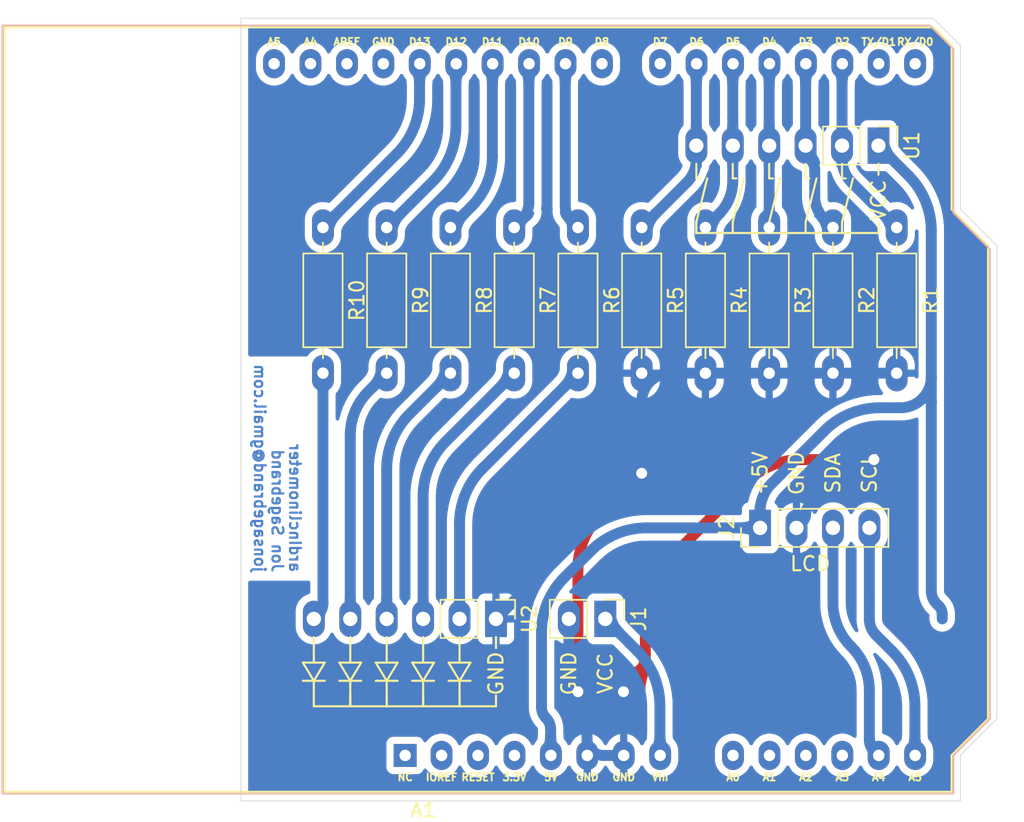
<source format=kicad_pcb>
(kicad_pcb (version 20211014) (generator pcbnew)
  (layers (0 "F.Cu" signal) (31 "B.Cu" signal) (34 "B.Paste" user) (35 "F.Paste" user) (36 "B.SilkS" user "B.Silkscreen") (37 "F.SilkS" user "F.Silkscreen") (38 "B.Mask" user) (39 "F.Mask" user) (44 "Edge.Cuts" user))
  (net 0 "")
  (net 4 "Net-(A1-Pad14)")
  (net 6 "Net-(A1-Pad13)")
  (net 7 "Net-(A1-Pad28)")
  (net 9 "Net-(A1-Pad27)")
  (net 11 "Net-(A1-Pad26)")
  (net 13 "Net-(A1-Pad25)")
  (net 15 "Net-(A1-Pad24)")
  (net 16 "+9V")
  (net 18 "GND")
  (net 20 "Net-(A1-Pad21)")
  (net 21 "+5V")
  (net 22 "Net-(A1-Pad20)")
  (net 24 "Net-(A1-Pad19)")
  (net 26 "Net-(A1-Pad18)")
  (net 28 "Net-(A1-Pad17)")
  (net 32 "Net-(R6-Pad2)")
  (net 33 "Net-(R7-Pad2)")
  (net 34 "Net-(R8-Pad2)")
  (net 35 "Net-(R9-Pad2)")
  (net 36 "Net-(R10-Pad2)")
  (footprint "My_Arduino:Arduino_UNO_R3_shield_large" (layer "F.Cu") (at 131.212488 71.755)
    (fp_text reference "A1")
    (fp_text value "Arduino_UNO_R3")
  )
  (footprint "My_Headers:2-pin_power_input_header_larger_pads" (layer "F.Cu") (at 154.305 110.49 -90)
    (fp_text reference "J1")
    (fp_text value "2-pin_power_input_header" hide)
  )
  (footprint "My_Headers:4-pin_I2C_LCD_header_larger" (layer "F.Cu") (at 165.1 104.14 90)
    (fp_text reference "J2")
    (fp_text value "4-pin_I2C_LCD_header" hide)
  )
  (footprint "My_Misc:R_Axial_DIN0207_L6.3mm_D2.5mm_P10.16mm_Horizontal_larger_pads" (layer "F.Cu") (at 174.625 83.185 -90)
    (fp_text reference "R1")
    (fp_text value "10k" hide)
  )
  (footprint "My_Misc:R_Axial_DIN0207_L6.3mm_D2.5mm_P10.16mm_Horizontal_larger_pads" (layer "F.Cu") (at 170.18 83.185 -90)
    (fp_text reference "R2")
    (fp_text value "10k" hide)
  )
  (footprint "My_Misc:R_Axial_DIN0207_L6.3mm_D2.5mm_P10.16mm_Horizontal_larger_pads" (layer "F.Cu") (at 165.735 83.185 -90)
    (fp_text reference "R3")
    (fp_text value "10k" hide)
  )
  (footprint "My_Misc:R_Axial_DIN0207_L6.3mm_D2.5mm_P10.16mm_Horizontal_larger_pads" (layer "F.Cu") (at 161.29 83.185 -90)
    (fp_text reference "R4")
    (fp_text value "10k" hide)
  )
  (footprint "My_Misc:R_Axial_DIN0207_L6.3mm_D2.5mm_P10.16mm_Horizontal_larger_pads" (layer "F.Cu") (at 156.845 83.185 -90)
    (fp_text reference "R5")
    (fp_text value "10k" hide)
  )
  (footprint "My_Misc:R_Axial_DIN0207_L6.3mm_D2.5mm_P10.16mm_Horizontal_larger_pads" (layer "F.Cu") (at 152.4 83.185 -90)
    (fp_text reference "R6")
    (fp_text value "220R" hide)
  )
  (footprint "My_Misc:R_Axial_DIN0207_L6.3mm_D2.5mm_P10.16mm_Horizontal_larger_pads" (layer "F.Cu") (at 147.955 83.185 -90)
    (fp_text reference "R7")
    (fp_text value "220R" hide)
  )
  (footprint "My_Misc:R_Axial_DIN0207_L6.3mm_D2.5mm_P10.16mm_Horizontal_larger_pads" (layer "F.Cu") (at 143.51 83.185 -90)
    (fp_text reference "R8")
    (fp_text value "220R" hide)
  )
  (footprint "My_Misc:R_Axial_DIN0207_L6.3mm_D2.5mm_P10.16mm_Horizontal_larger_pads" (layer "F.Cu") (at 139.065 83.185 -90)
    (fp_text reference "R9")
    (fp_text value "220R" hide)
  )
  (footprint "My_Misc:R_Axial_DIN0207_L6.3mm_D2.5mm_P10.16mm_Horizontal_larger_pads" (layer "F.Cu") (at 134.62 83.185 -90)
    (fp_text reference "R10")
    (fp_text value "220R" hide)
  )
  (footprint "My_Headers:6-pin_5_switch_header_large" (layer "F.Cu") (at 173.355 77.47 -90)
    (fp_text reference "U1")
    (fp_text value "6-pin_5_button_header" hide)
  )
  (footprint "My_Headers:6-pin_5_LED_header_large" (layer "F.Cu") (at 146.685 110.49 -90)
    (fp_text reference "U2")
    (fp_text value "6-pin_5_LED_header" hide)
  )
  (gr_line (start 128.905 123.19) (end 128.905 68.58) (layer "Edge.Cuts") (width 0.05))
  (gr_line (start 181.61 117.475) (end 181.61 84.455) (layer "Edge.Cuts") (width 0.05))
  (gr_line (start 179.07 120.015) (end 179.07 123.19) (layer "Edge.Cuts") (width 0.05))
  (gr_line (start 179.07 123.19) (end 128.905 123.19) (layer "Edge.Cuts") (width 0.05))
  (gr_line (start 177.165 68.58) (end 179.07 70.485) (layer "Edge.Cuts") (width 0.05))
  (gr_line (start 179.07 120.015) (end 181.61 117.475) (layer "Edge.Cuts") (width 0.05))
  (gr_line (start 179.07 81.915) (end 181.61 84.455) (layer "Edge.Cuts") (width 0.05))
  (gr_line (start 128.905 68.58) (end 177.165 68.58) (layer "Edge.Cuts") (width 0.05))
  (gr_line (start 179.07 70.485) (end 179.07 81.915) (layer "Edge.Cuts") (width 0.05))
  (gr_text "ardInclinometer\nJon Sagebrand\njonsagebrand@gmail.com" (at 131.445 107.315 -90) (layer "B.Cu") (effects (font (size 0.762 0.762) (thickness 0.1524)) (justify left mirror)))
  (segment (start 174.3075 112.73959) (end 173.17859 111.61068) (width 0.762) (layer "B.Cu") (net 4))
  (segment (start 175.895 116.572154) (end 175.895 120.015) (width 0.762) (layer "B.Cu") (net 4))
  (segment (start 172.72 109.206455) (end 172.72 104.14) (width 0.762) (layer "B.Cu") (net 4))
  (segment (start 172.72 109.206455) (end 172.72 110.503545) (width 0.762) (layer "B.Cu") (net 4))
  (arc (start 174.3075 112.73959) (mid 175.482422 114.497985) (end 175.895 116.572154) (width 0.762) (layer "B.Cu") (net 4))
  (arc (start 172.72 110.503545) (mid 172.839183 111.102722) (end 173.17859 111.61068) (width 0.762) (layer "B.Cu") (net 4))
  (segment (start 170.18 109.356031) (end 170.18 104.14) (width 0.762) (layer "B.Cu") (net 6))
  (segment (start 172.72001 115.488158) (end 172.72001 118.931004) (width 0.762) (layer "B.Cu") (net 6))
  (segment (start 173.037505 119.697505) (end 173.355 120.015) (width 0.762) (layer "B.Cu") (net 6))
  (arc (start 170.18 109.356031) (mid 170.510063 111.015373) (end 171.450005 112.422095) (width 0.762) (layer "B.Cu") (net 6))
  (arc (start 171.450005 112.422095) (mid 172.389946 113.828816) (end 172.72001 115.488158) (width 0.762) (layer "B.Cu") (net 6))
  (arc (start 172.72001 118.931004) (mid 172.802524 119.345831) (end 173.037505 119.697505) (width 0.762) (layer "B.Cu") (net 6))
  (segment (start 139.761207 78.043792) (end 134.62 83.185) (width 0.762) (layer "B.Cu") (net 7))
  (segment (start 141.355 74.196036) (end 141.355 71.755) (width 0.762) (layer "B.Cu") (net 7))
  (arc (start 141.355 74.196036) (mid 140.940786 76.278426) (end 139.761207 78.043792) (width 0.762) (layer "B.Cu") (net 7))
  (segment (start 142.301207 79.948792) (end 139.065 83.185) (width 0.762) (layer "B.Cu") (net 9))
  (segment (start 143.895 76.101036) (end 143.895 71.755) (width 0.762) (layer "B.Cu") (net 9))
  (arc (start 143.895 76.101036) (mid 143.480786 78.183426) (end 142.301207 79.948792) (width 0.762) (layer "B.Cu") (net 9))
  (segment (start 144.9725 81.7225) (end 143.51 83.185) (width 0.762) (layer "B.Cu") (net 11))
  (segment (start 146.435 78.191712) (end 146.435 71.755) (width 0.762) (layer "B.Cu") (net 11))
  (arc (start 146.435 78.191712) (mid 146.054908 80.10256) (end 144.9725 81.7225) (width 0.762) (layer "B.Cu") (net 11))
  (segment (start 148.975 81.443751) (end 148.975 71.755) (width 0.762) (layer "B.Cu") (net 13))
  (segment (start 148.465 82.675) (end 147.955 83.185) (width 0.762) (layer "B.Cu") (net 13))
  (arc (start 148.975 81.443751) (mid 148.842455 82.110098) (end 148.465 82.675) (width 0.762) (layer "B.Cu") (net 13))
  (segment (start 151.9575 82.7425) (end 152.4 83.185) (width 0.762) (layer "B.Cu") (net 15))
  (segment (start 151.515 81.67421) (end 151.515 71.755) (width 0.762) (layer "B.Cu") (net 15))
  (arc (start 151.515 81.67421) (mid 151.630002 82.252364) (end 151.9575 82.7425) (width 0.762) (layer "B.Cu") (net 15))
  (segment (start 156.521207 112.706207) (end 154.305 110.49) (width 0.762) (layer "B.Cu") (net 16))
  (segment (start 158.115 116.553963) (end 158.115 120.015) (width 0.762) (layer "B.Cu") (net 16))
  (arc (start 156.521207 112.706207) (mid 157.700786 114.471572) (end 158.115 116.553963) (width 0.762) (layer "B.Cu") (net 16))
  (segment (start 173.0375 99.3775) (end 167.976261 99.3775) (width 0.762) (layer "F.Cu") (net 18))
  (segment (start 158.692791 106.407006) (end 164.128505 100.971292) (width 0.762) (layer "F.Cu") (net 18))
  (segment (start 152.4 107.028963) (end 152.4 115.57) (width 0.762) (layer "F.Cu") (net 18))
  (segment (start 157.098999 112.96837) (end 157.098999 110.254762) (width 0.762) (layer "F.Cu") (net 18))
  (segment (start 156.336999 114.808) (end 155.575 115.57) (width 0.762) (layer "F.Cu") (net 18))
  (segment (start 153.993792 103.181207) (end 156.845 100.33) (width 0.762) (layer "F.Cu") (net 18))
  (via (at 152.4 115.57) (size 3.048) (drill 0.762) (layers "F.Cu" "B.Cu") (net 18))
  (via (at 156.845 100.33) (size 3.048) (drill 0.762) (layers "F.Cu" "B.Cu") (net 18))
  (via (at 155.575 115.57) (size 3.048) (drill 0.762) (layers "F.Cu" "B.Cu") (net 18))
  (via (at 173.0375 99.3775) (size 3.048) (drill 0.762) (layers "F.Cu" "B.Cu") (net 18))
  (arc (start 157.098999 112.96837) (mid 156.900961 113.96397) (end 156.336999 114.808) (width 0.762) (layer "F.Cu") (net 18))
  (arc (start 153.993792 103.181207) (mid 152.814213 104.946572) (end 152.4 107.028963) (width 0.762) (layer "F.Cu") (net 18))
  (arc (start 167.976261 99.3775) (mid 165.89387 99.791713) (end 164.128505 100.971292) (width 0.762) (layer "F.Cu") (net 18))
  (arc (start 158.692791 106.407006) (mid 157.513212 108.172371) (end 157.098999 110.254762) (width 0.762) (layer "F.Cu") (net 18))
  (segment (start 155.575 115.57) (end 152.4 115.57) (width 0.762) (layer "B.Cu") (net 18))
  (segment (start 155.575 115.57) (end 155.575 115.57) (width 0.762) (layer "B.Cu") (net 18))
  (segment (start 156.845 100.33) (end 156.845 100.33) (width 0.762) (layer "B.Cu") (net 18))
  (segment (start 173.0375 99.3775) (end 172.72 99.06) (width 0.762) (layer "B.Cu") (net 18))
  (segment (start 154.178 120.015) (end 155.575 120.015) (width 0.762) (layer "B.Cu") (net 18))
  (segment (start 163.5125 93.345) (end 159.0675 93.345) (width 0.762) (layer "B.Cu") (net 18))
  (segment (start 168.040905 103.739094) (end 167.64 104.14) (width 0.762) (layer "B.Cu") (net 18))
  (segment (start 159.0675 93.345) (end 158.844998 93.345) (width 0.762) (layer "B.Cu") (net 18))
  (segment (start 156.845 100.33) (end 146.685 110.49) (width 0.762) (layer "B.Cu") (net 18))
  (segment (start 156.845 100.33) (end 156.845 95.344998) (width 0.762) (layer "B.Cu") (net 18))
  (segment (start 151.765 115.2525) (end 151.765 110.49) (width 0.762) (layer "B.Cu") (net 18))
  (segment (start 152.4 115.57) (end 152.0825 115.57) (width 0.762) (layer "B.Cu") (net 18))
  (segment (start 172.4025 93.345) (end 174.625 93.345) (width 0.762) (layer "B.Cu") (net 18))
  (segment (start 168.832954 102.284954) (end 168.509074 102.608835) (width 0.762) (layer "B.Cu") (net 18))
  (segment (start 170.180001 101.72699) (end 172.570125 101.72699) (width 0.762) (layer "B.Cu") (net 18))
  (segment (start 173.50908 100.182537) (end 173.50908 100.788035) (width 0.762) (layer "B.Cu") (net 18))
  (segment (start 153.035 118.872) (end 153.035 118.627025) (width 0.762) (layer "B.Cu") (net 18))
  (segment (start 175.26 104.715997) (end 175.26 110.49) (width 0.762) (layer "B.Cu") (net 18))
  (segment (start 152.079308 116.773308) (end 152.4 117.094) (width 0.762) (layer "B.Cu") (net 18))
  (segment (start 174.38454 102.60245) (end 174.173021 102.390931) (width 0.762) (layer "B.Cu") (net 18))
  (segment (start 151.765 116.0145) (end 151.765 115.8875) (width 0.762) (layer "B.Cu") (net 18))
  (segment (start 172.4025 93.345) (end 167.9575 93.345) (width 0.762) (layer "B.Cu") (net 18))
  (segment (start 167.9575 93.345) (end 163.5125 93.345) (width 0.762) (layer "B.Cu") (net 18))
  (segment (start 151.765 115.8875) (end 151.765 115.2525) (width 0.762) (layer "B.Cu") (net 18))
  (segment (start 173.27329 99.61329) (end 173.0375 99.3775) (width 0.762) (layer "B.Cu") (net 18))
  (arc (start 174.173021 102.390931) (mid 173.437606 101.899542) (end 172.570125 101.72699) (width 0.762) (layer "B.Cu") (net 18))
  (arc (start 168.509074 102.608835) (mid 168.335826 102.868119) (end 168.27499 103.173965) (width 0.762) (layer "B.Cu") (net 18))
  (arc (start 170.180001 101.72699) (mid 169.450984 101.872) (end 168.832954 102.284954) (width 0.762) (layer "B.Cu") (net 18))
  (arc (start 173.50908 100.788035) (mid 173.681632 101.655516) (end 174.173021 102.390931) (width 0.762) (layer "B.Cu") (net 18))
  (arc (start 152.4 117.094) (mid 152.869968 117.797357) (end 153.035 118.627025) (width 0.762) (layer "B.Cu") (net 18))
  (arc (start 172.570125 101.72699) (mid 173.234066 101.451976) (end 173.50908 100.788035) (width 0.762) (layer "B.Cu") (net 18))
  (arc (start 153.035 118.872) (mid 153.369776 119.680223) (end 154.178 120.015) (width 0.762) (layer "B.Cu") (net 18))
  (arc (start 152.0825 115.57) (mid 151.857993 115.662993) (end 151.765 115.8875) (width 0.762) (layer "B.Cu") (net 18))
  (arc (start 158.844998 93.345) (mid 157.430785 93.930785) (end 156.845 95.344998) (width 0.762) (layer "B.Cu") (net 18))
  (arc (start 174.38454 102.60245) (mid 175.032475 103.572153) (end 175.26 104.715997) (width 0.762) (layer "B.Cu") (net 18))
  (arc (start 151.765 115.2525) (mid 151.857993 115.477006) (end 152.0825 115.57) (width 0.762) (layer "B.Cu") (net 18))
  (arc (start 168.27499 103.173965) (mid 168.214153 103.47981) (end 168.040905 103.739094) (width 0.762) (layer "B.Cu") (net 18))
  (arc (start 151.765 116.0145) (mid 151.846685 116.425164) (end 152.079308 116.773308) (width 0.762) (layer "B.Cu") (net 18))
  (arc (start 173.27329 99.61329) (mid 173.4478 99.874462) (end 173.50908 100.182537) (width 0.762) (layer "B.Cu") (net 18))
  (segment (start 160.655 76.5175) (end 160.655 71.755) (width 0.762) (layer "B.Cu") (net 20))
  (segment (start 159.98148 80.048519) (end 156.845 83.185) (width 0.762) (layer "B.Cu") (net 20))
  (segment (start 160.655 76.5175) (end 160.655 78.4225) (width 0.762) (layer "B.Cu") (net 20))
  (arc (start 160.655 78.4225) (mid 160.479957 79.302495) (end 159.98148 80.048519) (width 0.762) (layer "B.Cu") (net 20))
  (segment (start 177.8 110.158955) (end 177.8 110.49) (width 0.762) (layer "B.Cu") (net 21))
  (segment (start 177.038001 93.615991) (end 177.038001 83.406964) (width 0.762) (layer "B.Cu") (net 21))
  (segment (start 149.85999 111.446883) (end 149.85999 116.64497) (width 0.762) (layer "B.Cu") (net 21))
  (segment (start 150.495 118.178019) (end 150.495 120.015) (width 0.762) (layer "B.Cu") (net 21))
  (segment (start 169.602206 97.351793) (end 165.908223 101.045776) (width 0.762) (layer "B.Cu") (net 21))
  (segment (start 163.957 104.14) (end 157.166873 104.14) (width 0.762) (layer "B.Cu") (net 21))
  (segment (start 177.038001 108.527096) (end 177.038001 95.39049) (width 0.762) (layer "B.Cu") (net 21))
  (segment (start 175.444208 79.559208) (end 173.355 77.47) (width 0.762) (layer "B.Cu") (net 21))
  (segment (start 177.419 109.44691) (end 177.565915 109.593825) (width 0.762) (layer "B.Cu") (net 21))
  (segment (start 151.453782 107.599126) (end 153.319117 105.733792) (width 0.762) (layer "B.Cu") (net 21))
  (segment (start 177.038001 93.615991) (end 177.038001 95.39049) (width 0.762) (layer "B.Cu") (net 21))
  (segment (start 173.449962 95.758001) (end 174.895991 95.758001) (width 0.762) (layer "B.Cu") (net 21))
  (arc (start 165.1 102.997) (mid 164.765223 103.805223) (end 163.957 104.14) (width 0.762) (layer "B.Cu") (net 21))
  (arc (start 151.453782 107.599126) (mid 150.274203 109.364492) (end 149.85999 111.446883) (width 0.762) (layer "B.Cu") (net 21))
  (arc (start 175.444208 79.559208) (mid 176.623787 81.324573) (end 177.038001 83.406964) (width 0.762) (layer "B.Cu") (net 21))
  (arc (start 177.565915 109.593825) (mid 177.739163 109.853109) (end 177.8 110.158955) (width 0.762) (layer "B.Cu") (net 21))
  (arc (start 173.449962 95.758001) (mid 171.367571 96.172214) (end 169.602206 97.351793) (width 0.762) (layer "B.Cu") (net 21))
  (arc (start 176.410621 95.130621) (mid 175.715702 95.59495) (end 174.895991 95.758001) (width 0.762) (layer "B.Cu") (net 21))
  (arc (start 157.166873 104.14) (mid 155.084482 104.554213) (end 153.319117 105.733792) (width 0.762) (layer "B.Cu") (net 21))
  (arc (start 165.908223 101.045776) (mid 165.31005 101.941005) (end 165.1 102.997) (width 0.762) (layer "B.Cu") (net 21))
  (arc (start 149.85999 116.64497) (mid 149.942506 117.05981) (end 150.177495 117.411495) (width 0.762) (layer "B.Cu") (net 21))
  (arc (start 177.038001 95.39049) (mid 176.81113 95.050954) (end 176.410621 95.130621) (width 0.762) (layer "B.Cu") (net 21))
  (arc (start 150.177495 117.411495) (mid 150.412483 117.763179) (end 150.495 118.178019) (width 0.762) (layer "B.Cu") (net 21))
  (arc (start 176.410621 95.130621) (mid 176.87495 94.435702) (end 177.038001 93.615991) (width 0.762) (layer "B.Cu") (net 21))
  (arc (start 177.038001 108.527096) (mid 177.137019 109.024895) (end 177.419 109.44691) (width 0.762) (layer "B.Cu") (net 21))
  (segment (start 163.195 75.565) (end 163.195 71.755) (width 0.762) (layer "B.Cu") (net 22))
  (segment (start 162.2425 82.2325) (end 161.29 83.185) (width 0.762) (layer "B.Cu") (net 22))
  (segment (start 163.195 75.565) (end 163.195 79.375) (width 0.762) (layer "B.Cu") (net 22))
  (segment (start 163.195 79.932961) (end 163.195 79.375) (width 0.762) (layer "B.Cu") (net 22))
  (arc (start 163.195 79.932961) (mid 162.947453 81.177462) (end 162.2425 82.2325) (width 0.762) (layer "B.Cu") (net 22))
  (segment (start 165.735 79.813144) (end 165.735 83.185) (width 0.762) (layer "B.Cu") (net 24))
  (segment (start 165.735 75.126856) (end 165.735 71.755) (width 0.762) (layer "B.Cu") (net 24))
  (segment (start 165.735 75.126856) (end 165.735 79.813144) (width 0.762) (layer "B.Cu") (net 24))
  (segment (start 168.90999 81.016957) (end 168.90999 79.188995) (width 0.762) (layer "B.Cu") (net 26))
  (segment (start 169.544995 82.549995) (end 170.18 83.185) (width 0.762) (layer "B.Cu") (net 26))
  (segment (start 168.275 77.655994) (end 168.275 71.755) (width 0.762) (layer "B.Cu") (net 26))
  (arc (start 168.275 77.655994) (mid 168.357514 78.070821) (end 168.592495 78.422495) (width 0.762) (layer "B.Cu") (net 26))
  (arc (start 168.592495 78.422495) (mid 168.827475 78.774168) (end 168.90999 79.188995) (width 0.762) (layer "B.Cu") (net 26))
  (arc (start 168.90999 81.016957) (mid 169.075022 81.846631) (end 169.544995 82.549995) (width 0.762) (layer "B.Cu") (net 26))
  (segment (start 170.815 76.5175) (end 170.815 71.755) (width 0.762) (layer "B.Cu") (net 28))
  (segment (start 171.488519 80.048519) (end 174.625 83.185) (width 0.762) (layer "B.Cu") (net 28))
  (segment (start 170.815 76.5175) (end 170.815 78.4225) (width 0.762) (layer "B.Cu") (net 28))
  (arc (start 170.815 78.4225) (mid 170.990041 79.302495) (end 171.488519 80.048519) (width 0.762) (layer "B.Cu") (net 28))
  (segment (start 144.145 103.853963) (end 144.145 110.49) (width 0.762) (layer "B.Cu") (net 32))
  (segment (start 145.738792 100.006207) (end 152.4 93.345) (width 0.762) (layer "B.Cu") (net 32))
  (arc (start 145.738792 100.006207) (mid 144.559213 101.771572) (end 144.145 103.853963) (width 0.762) (layer "B.Cu") (net 32))
  (segment (start 141.605 101.948963) (end 141.605 110.49) (width 0.762) (layer "B.Cu") (net 33))
  (segment (start 143.198792 98.101207) (end 147.955 93.345) (width 0.762) (layer "B.Cu") (net 33))
  (arc (start 143.198792 98.101207) (mid 142.019213 99.866572) (end 141.605 101.948963) (width 0.762) (layer "B.Cu") (net 33))
  (segment (start 140.658792 96.196207) (end 143.51 93.345) (width 0.762) (layer "B.Cu") (net 34))
  (segment (start 139.065 100.043963) (end 139.065 110.49) (width 0.762) (layer "B.Cu") (net 34))
  (arc (start 140.658792 96.196207) (mid 139.479213 97.961572) (end 139.065 100.043963) (width 0.762) (layer "B.Cu") (net 34))
  (segment (start 136.525 97.681051) (end 136.525 110.49) (width 0.762) (layer "B.Cu") (net 35))
  (segment (start 137.795 94.615) (end 139.065 93.345) (width 0.762) (layer "B.Cu") (net 35))
  (arc (start 137.795 94.615) (mid 136.855062 96.021716) (end 136.525 97.681051) (width 0.762) (layer "B.Cu") (net 35))
  (segment (start 134.62 109.405987) (end 134.62 93.345) (width 0.762) (layer "B.Cu") (net 36))
  (segment (start 134.3025 110.1725) (end 133.985 110.49) (width 0.762) (layer "B.Cu") (net 36))
  (arc (start 134.62 109.405987) (mid 134.537484 109.82082) (end 134.3025 110.1725) (width 0.762) (layer "B.Cu") (net 36))
  (zone (net 18) (net_name "GND") (layer "F.Cu") (priority 16962) (connect_pads yes (clearance 0)) (min_thickness 0.0254) (fill yes (thermal_gap 0.508) (thermal_bridge_width 0.508))
    (polygon (pts (xy 154.961975 102.75184) (xy 155.22167 102.512779) (xy 155.458485 102.334923) (xy 155.67922 102.207056) (xy 155.890671 102.117963) (xy 156.099638 102.056428) (xy 156.312918 102.011237) (xy 156.53731 101.971173) (xy 156.779612 101.925022) (xy 157.046622 101.861568) (xy 157.345139 101.769596) (xy 157.383815 99.791185) (xy 155.405404 99.829861) (xy 155.313431 100.128377) (xy 155.249977 100.395387) (xy 155.203826 100.637689) (xy 155.163762 100.862081) (xy 155.118571 101.075361) (xy 155.057036 101.284328) (xy 154.967943 101.495779) (xy 154.840076 101.716514) (xy 154.66222 101.953329) (xy 154.42316 102.213025)))
  )
  (zone (net 18) (net_name "GND") (layer "F.Cu") (priority 16962) (connect_pads yes (clearance 0)) (min_thickness 0.0254) (fill yes (thermal_gap 0.508) (thermal_bridge_width 0.508))
    (polygon (pts (xy 156.717999 113.147262) (xy 156.693153 113.400086) (xy 156.622356 113.591009) (xy 156.511218 113.730369) (xy 156.365347 113.828502) (xy 156.190352 113.895745) (xy 155.991844 113.942434) (xy 155.775431 113.978908) (xy 155.546724 114.015503) (xy 155.31133 114.062556) (xy 155.074861 114.130404) (xy 155.036185 116.108815) (xy 157.099 115.57) (xy 157.109667 115.277022) (xy 157.138623 115.027657) (xy 157.181295 114.809775) (xy 157.233111 114.611247) (xy 157.289499 114.419943) (xy 157.345887 114.223734) (xy 157.397703 114.010491) (xy 157.440375 113.768084) (xy 157.469331 113.484384) (xy 157.479999 113.147262)))
  )
  (zone (net 18) (net_name "GND") (layer "F.Cu") (priority 16962) (connect_pads yes (clearance 0)) (min_thickness 0.0254) (fill yes (thermal_gap 0.508) (thermal_bridge_width 0.508))
    (polygon (pts (xy 169.9935 99.7585) (xy 170.346173 99.773091) (xy 170.63939 99.814781) (xy 170.885889 99.880449) (xy 171.098406 99.966969) (xy 171.28968 100.071219) (xy 171.472447 100.190076) (xy 171.659445 100.320415) (xy 171.863413 100.459115) (xy 172.097086 100.603051) (xy 172.373204 100.7491) (xy 173.7995 99.3775) (xy 172.373204 98.0059) (xy 172.097086 98.151948) (xy 171.863413 98.295884) (xy 171.659445 98.434584) (xy 171.472447 98.564923) (xy 171.28968 98.68378) (xy 171.098406 98.78803) (xy 170.885889 98.87455) (xy 170.63939 98.940218) (xy 170.346173 98.981908) (xy 169.9935 98.9965)))
  )
  (zone (net 18) (net_name "GND") (layer "F.Cu") (priority 16962) (connect_pads yes (clearance 0)) (min_thickness 0.0254) (fill yes (thermal_gap 0.508) (thermal_bridge_width 0.508))
    (polygon (pts (xy 152.019 112.526) (xy 152.004408 112.878673) (xy 151.962718 113.17189) (xy 151.89705 113.418389) (xy 151.81053 113.630906) (xy 151.70628 113.82218) (xy 151.587423 114.004947) (xy 151.457084 114.191945) (xy 151.318384 114.395913) (xy 151.174448 114.629586) (xy 151.0284 114.905704) (xy 152.4 116.332) (xy 153.7716 114.905704) (xy 153.625551 114.629586) (xy 153.481615 114.395913) (xy 153.342915 114.191945) (xy 153.212576 114.004947) (xy 153.093719 113.82218) (xy 152.989469 113.630906) (xy 152.902949 113.418389) (xy 152.837281 113.17189) (xy 152.795591 112.878673) (xy 152.781 112.526)))
  )
  (zone (net 24) (net_name "Net-(A1-Pad19)") (layer "B.Cu") (priority 16962) (connect_pads yes (clearance 0)) (min_thickness 0.0254) (fill yes (thermal_gap 0.508) (thermal_bridge_width 0.508))
    (polygon (pts (xy 165.354 75.948) (xy 165.351247 76.118612) (xy 165.342859 76.265123) (xy 165.328638 76.39227) (xy 165.308387 76.504787) (xy 165.281908 76.60741) (xy 165.249005 76.704874) (xy 165.209479 76.801915) (xy 165.163135 76.903268) (xy 165.109774 77.013668) (xy 165.0492 77.137852) (xy 165.735 77.851) (xy 166.4208 77.137852) (xy 166.360225 77.013668) (xy 166.306864 76.903268) (xy 166.26052 76.801915) (xy 166.220994 76.704874) (xy 166.188091 76.60741) (xy 166.161612 76.504787) (xy 166.141361 76.39227) (xy 166.12714 76.265123) (xy 166.118752 76.118612) (xy 166.116 75.948)))
  )
  (zone (net 33) (net_name "Net-(R7-Pad2)") (layer "B.Cu") (priority 16962) (connect_pads yes (clearance 0)) (min_thickness 0.0254) (fill yes (thermal_gap 0.508) (thermal_bridge_width 0.508))
    (polygon (pts (xy 147.148192 94.690624) (xy 147.270778 94.571929) (xy 147.380309 94.474261) (xy 147.480271 94.39441) (xy 147.574152 94.329168) (xy 147.66544 94.275326) (xy 147.757624 94.229675) (xy 147.854191 94.189005) (xy 147.958629 94.150109) (xy 148.074425 94.109776) (xy 148.205069 94.064798) (xy 148.224407 93.075593) (xy 147.235202 93.094931) (xy 147.190223 93.225574) (xy 147.14989 93.34137) (xy 147.110994 93.445808) (xy 147.070324 93.542375) (xy 147.024673 93.634559) (xy 146.970831 93.725847) (xy 146.905589 93.819728) (xy 146.825738 93.91969) (xy 146.72807 94.029221) (xy 146.609376 94.151808)))
  )
  (zone (net 9) (net_name "Net-(A1-Pad27)") (layer "B.Cu") (priority 16962) (connect_pads yes (clearance 0)) (min_thickness 0.0254) (fill yes (thermal_gap 0.508) (thermal_bridge_width 0.508))
    (polygon (pts (xy 139.871808 81.839376) (xy 139.749221 81.95807) (xy 139.63969 82.055738) (xy 139.539728 82.135589) (xy 139.445847 82.200831) (xy 139.354559 82.254673) (xy 139.262375 82.300324) (xy 139.165808 82.340994) (xy 139.06137 82.37989) (xy 138.945574 82.420223) (xy 138.814931 82.465202) (xy 138.795593 83.454407) (xy 139.784798 83.435069) (xy 139.829776 83.304425) (xy 139.870109 83.188629) (xy 139.909005 83.084191) (xy 139.949675 82.987624) (xy 139.995326 82.89544) (xy 140.049168 82.804152) (xy 140.11441 82.710271) (xy 140.194261 82.610309) (xy 140.291929 82.500778) (xy 140.410624 82.378192)))
  )
  (zone (net 18) (net_name "GND") (layer "B.Cu") (connect_pads (clearance 0.508)) (min_thickness 0.254) (fill yes (thermal_gap 0.508) (thermal_bridge_width 0.508))
    (polygon (pts (xy 182.88 123.825) (xy 128.27 123.825) (xy 128.27 67.945) (xy 182.88 67.945)))
  )
  (zone (net 20) (net_name "Net-(A1-Pad21)") (layer "B.Cu") (priority 16962) (connect_pads yes (clearance 0)) (min_thickness 0.0254) (fill yes (thermal_gap 0.508) (thermal_bridge_width 0.508))
    (polygon (pts (xy 160.274 75.948) (xy 160.271247 76.118612) (xy 160.262859 76.265123) (xy 160.248638 76.39227) (xy 160.228387 76.504787) (xy 160.201908 76.60741) (xy 160.169005 76.704874) (xy 160.129479 76.801915) (xy 160.083135 76.903268) (xy 160.029774 77.013668) (xy 159.9692 77.137852) (xy 160.655 77.851) (xy 161.3408 77.137852) (xy 161.280225 77.013668) (xy 161.226864 76.903268) (xy 161.18052 76.801915) (xy 161.140994 76.704874) (xy 161.108091 76.60741) (xy 161.081612 76.504787) (xy 161.061361 76.39227) (xy 161.04714 76.265123) (xy 161.038752 76.118612) (xy 161.036 75.948)))
  )
  (zone (net 11) (net_name "Net-(A1-Pad26)") (layer "B.Cu") (priority 16962) (connect_pads yes (clearance 0)) (min_thickness 0.0254) (fill yes (thermal_gap 0.508) (thermal_bridge_width 0.508))
    (polygon (pts (xy 146.816 73.277) (xy 146.818812 73.108116) (xy 146.827397 72.963034) (xy 146.841976 72.837118) (xy 146.862771 72.72573) (xy 146.890003 72.624234) (xy 146.923894 72.527994) (xy 146.964664 72.432371) (xy 147.012536 72.33273) (xy 147.067732 72.224434) (xy 147.130472 72.102847) (xy 146.46127 71.374101) (xy 145.759236 72.071272) (xy 145.817565 72.19804) (xy 145.869023 72.310544) (xy 145.913782 72.413615) (xy 145.952016 72.512088) (xy 145.983895 72.610794) (xy 146.009591 72.714568) (xy 146.029278 72.828243) (xy 146.043127 72.956651) (xy 146.05131 73.104625) (xy 146.054 73.277)))
  )
  (zone (net 22) (net_name "Net-(A1-Pad20)") (layer "B.Cu") (priority 16962) (connect_pads yes (clearance 0)) (min_thickness 0.0254) (fill yes (thermal_gap 0.508) (thermal_bridge_width 0.508))
    (polygon (pts (xy 162.096808 81.839376) (xy 161.974221 81.95807) (xy 161.86469 82.055738) (xy 161.764728 82.135589) (xy 161.670847 82.200831) (xy 161.579559 82.254673) (xy 161.487375 82.300324) (xy 161.390808 82.340994) (xy 161.28637 82.37989) (xy 161.170574 82.420223) (xy 161.039931 82.465202) (xy 161.020593 83.454407) (xy 162.009798 83.435069) (xy 162.054776 83.304425) (xy 162.095109 83.188629) (xy 162.134005 83.084191) (xy 162.174675 82.987624) (xy 162.220326 82.89544) (xy 162.274168 82.804152) (xy 162.33941 82.710271) (xy 162.419261 82.610309) (xy 162.516929 82.500778) (xy 162.635624 82.378192)))
  )
  (zone (net 21) (net_name "+5V") (layer "B.Cu") (priority 16962) (connect_pads yes (clearance 0)) (min_thickness 0.0254) (fill yes (thermal_gap 0.508) (thermal_bridge_width 0.508))
    (polygon (pts (xy 174.700624 78.276808) (xy 174.581929 78.154221) (xy 174.484261 78.04469) (xy 174.40441 77.944728) (xy 174.339168 77.850847) (xy 174.285326 77.759559) (xy 174.239675 77.667375) (xy 174.199005 77.570808) (xy 174.160109 77.46637) (xy 174.119776 77.350574) (xy 174.074798 77.219931) (xy 173.085593 77.200593) (xy 173.104931 78.189798) (xy 173.235574 78.234776) (xy 173.35137 78.275109) (xy 173.455808 78.314005) (xy 173.552375 78.354675) (xy 173.644559 78.400326) (xy 173.735847 78.454168) (xy 173.829728 78.51941) (xy 173.92969 78.599261) (xy 174.039221 78.696929) (xy 174.161808 78.815624)))
  )
  (zone (net 28) (net_name "Net-(A1-Pad17)") (layer "B.Cu") (priority 16962) (connect_pads yes (clearance 0)) (min_thickness 0.0254) (fill yes (thermal_gap 0.508) (thermal_bridge_width 0.508))
    (polygon (pts (xy 170.434 75.948) (xy 170.431247 76.118612) (xy 170.422859 76.265123) (xy 170.408638 76.39227) (xy 170.388387 76.504787) (xy 170.361908 76.60741) (xy 170.329005 76.704874) (xy 170.289479 76.801915) (xy 170.243135 76.903268) (xy 170.189774 77.013668) (xy 170.1292 77.137852) (xy 170.815 77.851) (xy 171.5008 77.137852) (xy 171.440225 77.013668) (xy 171.386864 76.903268) (xy 171.34052 76.801915) (xy 171.300994 76.704874) (xy 171.268091 76.60741) (xy 171.241612 76.504787) (xy 171.221361 76.39227) (xy 171.20714 76.265123) (xy 171.198752 76.118612) (xy 171.196 75.948)))
  )
  (zone (net 21) (net_name "+5V") (layer "B.Cu") (priority 16962) (connect_pads yes (clearance 0)) (min_thickness 0.0254) (fill yes (thermal_gap 0.508) (thermal_bridge_width 0.508))
    (polygon (pts (xy 164.719 102.618) (xy 164.716247 102.788612) (xy 164.707859 102.935123) (xy 164.693638 103.06227) (xy 164.673387 103.174787) (xy 164.646908 103.27741) (xy 164.614005 103.374874) (xy 164.574479 103.471915) (xy 164.528135 103.573268) (xy 164.474774 103.683668) (xy 164.4142 103.807852) (xy 165.1 104.521) (xy 165.7858 103.807852) (xy 165.725225 103.683668) (xy 165.671864 103.573268) (xy 165.62552 103.471915) (xy 165.585994 103.374874) (xy 165.553091 103.27741) (xy 165.526612 103.174787) (xy 165.506361 103.06227) (xy 165.49214 102.935123) (xy 165.483752 102.788612) (xy 165.481 102.618)))
  )
  (zone (net 35) (net_name "Net-(R9-Pad2)") (layer "B.Cu") (priority 16962) (connect_pads yes (clearance 0)) (min_thickness 0.0254) (fill yes (thermal_gap 0.508) (thermal_bridge_width 0.508))
    (polygon (pts (xy 138.258192 94.690624) (xy 138.380778 94.571929) (xy 138.490309 94.474261) (xy 138.590271 94.39441) (xy 138.684152 94.329168) (xy 138.77544 94.275326) (xy 138.867624 94.229675) (xy 138.964191 94.189005) (xy 139.068629 94.150109) (xy 139.184425 94.109776) (xy 139.315069 94.064798) (xy 139.334407 93.075593) (xy 138.345202 93.094931) (xy 138.300223 93.225574) (xy 138.25989 93.34137) (xy 138.220994 93.445808) (xy 138.180324 93.542375) (xy 138.134673 93.634559) (xy 138.080831 93.725847) (xy 138.015589 93.819728) (xy 137.935738 93.91969) (xy 137.83807 94.029221) (xy 137.719376 94.151808)))
  )
  (zone (net 28) (net_name "Net-(A1-Pad17)") (layer "B.Cu") (priority 16962) (connect_pads yes (clearance 0)) (min_thickness 0.0254) (fill yes (thermal_gap 0.508) (thermal_bridge_width 0.508))
    (polygon (pts (xy 171.196 78.992) (xy 171.198752 78.821387) (xy 171.20714 78.674876) (xy 171.221361 78.547729) (xy 171.241612 78.435212) (xy 171.268091 78.332589) (xy 171.300994 78.235125) (xy 171.34052 78.138084) (xy 171.386864 78.036731) (xy 171.440225 77.926331) (xy 171.5008 77.802148) (xy 170.815 77.089) (xy 170.1292 77.802148) (xy 170.189774 77.926331) (xy 170.243135 78.036731) (xy 170.289479 78.138084) (xy 170.329005 78.235125) (xy 170.361908 78.332589) (xy 170.388387 78.435212) (xy 170.408638 78.547729) (xy 170.422859 78.674876) (xy 170.431247 78.821387) (xy 170.434 78.992)))
  )
  (zone (net 24) (net_name "Net-(A1-Pad19)") (layer "B.Cu") (priority 16962) (connect_pads yes (clearance 0)) (min_thickness 0.0254) (fill yes (thermal_gap 0.508) (thermal_bridge_width 0.508))
    (polygon (pts (xy 166.116 78.992) (xy 166.118752 78.821387) (xy 166.12714 78.674876) (xy 166.141361 78.547729) (xy 166.161612 78.435212) (xy 166.188091 78.332589) (xy 166.220994 78.235125) (xy 166.26052 78.138084) (xy 166.306864 78.036731) (xy 166.360225 77.926331) (xy 166.4208 77.802148) (xy 165.735 77.089) (xy 165.0492 77.802148) (xy 165.109774 77.926331) (xy 165.163135 78.036731) (xy 165.209479 78.138084) (xy 165.249005 78.235125) (xy 165.281908 78.332589) (xy 165.308387 78.435212) (xy 165.328638 78.547729) (xy 165.342859 78.674876) (xy 165.351247 78.821387) (xy 165.354 78.992)))
  )
  (zone (net 26) (net_name "Net-(A1-Pad18)") (layer "B.Cu") (priority 16962) (connect_pads yes (clearance 0)) (min_thickness 0.0254) (fill yes (thermal_gap 0.508) (thermal_bridge_width 0.508))
    (polygon (pts (xy 168.656 73.277) (xy 168.658812 73.108116) (xy 168.667397 72.963034) (xy 168.681976 72.837118) (xy 168.702771 72.72573) (xy 168.730003 72.624234) (xy 168.763894 72.527994) (xy 168.804664 72.432371) (xy 168.852536 72.33273) (xy 168.907732 72.224434) (xy 168.970472 72.102847) (xy 168.30127 71.374101) (xy 167.599236 72.071272) (xy 167.657565 72.19804) (xy 167.709023 72.310544) (xy 167.753782 72.413615) (xy 167.792016 72.512088) (xy 167.823895 72.610794) (xy 167.849591 72.714568) (xy 167.869278 72.828243) (xy 167.883127 72.956651) (xy 167.89131 73.104625) (xy 167.894 73.277)))
  )
  (zone (net 35) (net_name "Net-(R9-Pad2)") (layer "B.Cu") (priority 16962) (connect_pads yes (clearance 0)) (min_thickness 0.0254) (fill yes (thermal_gap 0.508) (thermal_bridge_width 0.508))
    (polygon (pts (xy 136.144 108.968) (xy 136.141247 109.138612) (xy 136.132859 109.285123) (xy 136.118638 109.41227) (xy 136.098387 109.524787) (xy 136.071908 109.62741) (xy 136.039005 109.724874) (xy 135.999479 109.821915) (xy 135.953135 109.923268) (xy 135.899774 110.033668) (xy 135.8392 110.157852) (xy 136.525 110.871) (xy 137.2108 110.157852) (xy 137.150225 110.033668) (xy 137.096864 109.923268) (xy 137.05052 109.821915) (xy 137.010994 109.724874) (xy 136.978091 109.62741) (xy 136.951612 109.524787) (xy 136.931361 109.41227) (xy 136.91714 109.285123) (xy 136.908752 109.138612) (xy 136.906 108.968)))
  )
  (zone (net 4) (net_name "Net-(A1-Pad14)") (layer "B.Cu") (priority 16962) (connect_pads yes (clearance 0)) (min_thickness 0.0254) (fill yes (thermal_gap 0.508) (thermal_bridge_width 0.508))
    (polygon (pts (xy 173.101 105.662) (xy 173.103752 105.491387) (xy 173.11214 105.344876) (xy 173.126361 105.217729) (xy 173.146612 105.105212) (xy 173.173091 105.002589) (xy 173.205994 104.905125) (xy 173.24552 104.808084) (xy 173.291864 104.706731) (xy 173.345225 104.596331) (xy 173.4058 104.472148) (xy 172.72 103.759) (xy 172.0342 104.472148) (xy 172.094774 104.596331) (xy 172.148135 104.706731) (xy 172.194479 104.808084) (xy 172.234005 104.905125) (xy 172.266908 105.002589) (xy 172.293387 105.105212) (xy 172.313638 105.217729) (xy 172.327859 105.344876) (xy 172.336247 105.491387) (xy 172.339 105.662)))
  )
  (zone (net 32) (net_name "Net-(R6-Pad2)") (layer "B.Cu") (priority 16962) (connect_pads yes (clearance 0)) (min_thickness 0.0254) (fill yes (thermal_gap 0.508) (thermal_bridge_width 0.508))
    (polygon (pts (xy 143.764 108.968) (xy 143.761247 109.138612) (xy 143.752859 109.285123) (xy 143.738638 109.41227) (xy 143.718387 109.524787) (xy 143.691908 109.62741) (xy 143.659005 109.724874) (xy 143.619479 109.821915) (xy 143.573135 109.923268) (xy 143.519774 110.033668) (xy 143.4592 110.157852) (xy 144.145 110.871) (xy 144.8308 110.157852) (xy 144.770225 110.033668) (xy 144.716864 109.923268) (xy 144.67052 109.821915) (xy 144.630994 109.724874) (xy 144.598091 109.62741) (xy 144.571612 109.524787) (xy 144.551361 109.41227) (xy 144.53714 109.285123) (xy 144.528752 109.138612) (xy 144.526 108.968)))
  )
  (zone (net 36) (net_name "Net-(R10-Pad2)") (layer "B.Cu") (priority 16962) (connect_pads yes (clearance 0)) (min_thickness 0.0254) (fill yes (thermal_gap 0.508) (thermal_bridge_width 0.508))
    (polygon (pts (xy 134.239 109.221026) (xy 134.23249 109.324331) (xy 134.213616 109.41187) (xy 134.183355 109.485523) (xy 134.142686 109.547168) (xy 134.092588 109.598688) (xy 134.034041 109.641962) (xy 133.968022 109.67887) (xy 133.895512 109.711292) (xy 133.817488 109.74111) (xy 133.734931 109.770202) (xy 133.715593 110.759407) (xy 134.747 110.49) (xy 134.754112 110.346148) (xy 134.773416 110.221365) (xy 134.801863 110.109911) (xy 134.836408 110.006049) (xy 134.874 109.904043) (xy 134.911592 109.798154) (xy 134.946136 109.682645) (xy 134.974584 109.551779) (xy 134.993888 109.399819) (xy 135.001 109.221026)))
  )
  (zone (net 26) (net_name "Net-(A1-Pad18)") (layer "B.Cu") (priority 16962) (connect_pads yes (clearance 0)) (min_thickness 0.0254) (fill yes (thermal_gap 0.508) (thermal_bridge_width 0.508))
    (polygon (pts (xy 167.894 76.583) (xy 167.888445 76.669299) (xy 167.872897 76.740373) (xy 167.849024 76.799364) (xy 167.818499 76.849413) (xy 167.782991 76.893661) (xy 167.744172 76.935251) (xy 167.703713 76.977323) (xy 167.663284 77.02302) (xy 167.624556 77.075482) (xy 167.5892 77.137852) (xy 168.275 77.851) (xy 168.9608 77.137852) (xy 168.925443 77.075482) (xy 168.886715 77.02302) (xy 168.846286 76.977323) (xy 168.805827 76.935251) (xy 168.767008 76.893661) (xy 168.7315 76.849413) (xy 168.700975 76.799364) (xy 168.677102 76.740373) (xy 168.661554 76.669299) (xy 168.656 76.583)))
  )
  (zone (net 33) (net_name "Net-(R7-Pad2)") (layer "B.Cu") (priority 16962) (connect_pads yes (clearance 0)) (min_thickness 0.0254) (fill yes (thermal_gap 0.508) (thermal_bridge_width 0.508))
    (polygon (pts (xy 141.224 108.968) (xy 141.221247 109.138612) (xy 141.212859 109.285123) (xy 141.198638 109.41227) (xy 141.178387 109.524787) (xy 141.151908 109.62741) (xy 141.119005 109.724874) (xy 141.079479 109.821915) (xy 141.033135 109.923268) (xy 140.979774 110.033668) (xy 140.9192 110.157852) (xy 141.605 110.871) (xy 142.2908 110.157852) (xy 142.230225 110.033668) (xy 142.176864 109.923268) (xy 142.13052 109.821915) (xy 142.090994 109.724874) (xy 142.058091 109.62741) (xy 142.031612 109.524787) (xy 142.011361 109.41227) (xy 141.99714 109.285123) (xy 141.988752 109.138612) (xy 141.986 108.968)))
  )
  (zone (net 15) (net_name "Net-(A1-Pad24)") (layer "B.Cu") (priority 16962) (connect_pads yes (clearance 0)) (min_thickness 0.0254) (fill yes (thermal_gap 0.508) (thermal_bridge_width 0.508))
    (polygon (pts (xy 151.896 73.277) (xy 151.898812 73.108116) (xy 151.907397 72.963034) (xy 151.921976 72.837118) (xy 151.942771 72.72573) (xy 151.970003 72.624234) (xy 152.003894 72.527994) (xy 152.044664 72.432371) (xy 152.092536 72.33273) (xy 152.147732 72.224434) (xy 152.210472 72.102847) (xy 151.54127 71.374101) (xy 150.839236 72.071272) (xy 150.897565 72.19804) (xy 150.949023 72.310544) (xy 150.993782 72.413615) (xy 151.032016 72.512088) (xy 151.063895 72.610794) (xy 151.089591 72.714568) (xy 151.109278 72.828243) (xy 151.123127 72.956651) (xy 151.13131 73.104625) (xy 151.134 73.277)))
  )
  (zone (net 22) (net_name "Net-(A1-Pad20)") (layer "B.Cu") (priority 16962) (connect_pads yes (clearance 0)) (min_thickness 0.0254) (fill yes (thermal_gap 0.508) (thermal_bridge_width 0.508))
    (polygon (pts (xy 163.576 73.277) (xy 163.578812 73.108116) (xy 163.587397 72.963034) (xy 163.601976 72.837118) (xy 163.622771 72.72573) (xy 163.650003 72.624234) (xy 163.683894 72.527994) (xy 163.724664 72.432371) (xy 163.772536 72.33273) (xy 163.827732 72.224434) (xy 163.890472 72.102847) (xy 163.22127 71.374101) (xy 162.519236 72.071272) (xy 162.577565 72.19804) (xy 162.629023 72.310544) (xy 162.673782 72.413615) (xy 162.712016 72.512088) (xy 162.743895 72.610794) (xy 162.769591 72.714568) (xy 162.789278 72.828243) (xy 162.803127 72.956651) (xy 162.81131 73.104625) (xy 162.814 73.277)))
  )
  (zone (net 32) (net_name "Net-(R6-Pad2)") (layer "B.Cu") (priority 16962) (connect_pads yes (clearance 0)) (min_thickness 0.0254) (fill yes (thermal_gap 0.508) (thermal_bridge_width 0.508))
    (polygon (pts (xy 151.593192 94.690624) (xy 151.715778 94.571929) (xy 151.825309 94.474261) (xy 151.925271 94.39441) (xy 152.019152 94.329168) (xy 152.11044 94.275326) (xy 152.202624 94.229675) (xy 152.299191 94.189005) (xy 152.403629 94.150109) (xy 152.519425 94.109776) (xy 152.650069 94.064798) (xy 152.669407 93.075593) (xy 151.680202 93.094931) (xy 151.635223 93.225574) (xy 151.59489 93.34137) (xy 151.555994 93.445808) (xy 151.515324 93.542375) (xy 151.469673 93.634559) (xy 151.415831 93.725847) (xy 151.350589 93.819728) (xy 151.270738 93.91969) (xy 151.17307 94.029221) (xy 151.054376 94.151808)))
  )
  (zone (net 20) (net_name "Net-(A1-Pad21)") (layer "B.Cu") (priority 16962) (connect_pads yes (clearance 0)) (min_thickness 0.0254) (fill yes (thermal_gap 0.508) (thermal_bridge_width 0.508))
    (polygon (pts (xy 161.036 78.992) (xy 161.038752 78.821387) (xy 161.04714 78.674876) (xy 161.061361 78.547729) (xy 161.081612 78.435212) (xy 161.108091 78.332589) (xy 161.140994 78.235125) (xy 161.18052 78.138084) (xy 161.226864 78.036731) (xy 161.280225 77.926331) (xy 161.3408 77.802148) (xy 160.655 77.089) (xy 159.9692 77.802148) (xy 160.029774 77.926331) (xy 160.083135 78.036731) (xy 160.129479 78.138084) (xy 160.169005 78.235125) (xy 160.201908 78.332589) (xy 160.228387 78.435212) (xy 160.248638 78.547729) (xy 160.262859 78.674876) (xy 160.271247 78.821387) (xy 160.274 78.992)))
  )
  (zone (net 36) (net_name "Net-(R10-Pad2)") (layer "B.Cu") (priority 16962) (connect_pads yes (clearance 0)) (min_thickness 0.0254) (fill yes (thermal_gap 0.508) (thermal_bridge_width 0.508))
    (polygon (pts (xy 135.001 94.867) (xy 135.003752 94.696387) (xy 135.01214 94.549876) (xy 135.026361 94.422729) (xy 135.046612 94.310212) (xy 135.073091 94.207589) (xy 135.105994 94.110125) (xy 135.14552 94.013084) (xy 135.191864 93.911731) (xy 135.245225 93.801331) (xy 135.3058 93.677148) (xy 134.62 92.964) (xy 133.9342 93.677148) (xy 133.994774 93.801331) (xy 134.048135 93.911731) (xy 134.094479 94.013084) (xy 134.134005 94.110125) (xy 134.166908 94.207589) (xy 134.193387 94.310212) (xy 134.213638 94.422729) (xy 134.227859 94.549876) (xy 134.236247 94.696387) (xy 134.239 94.867)))
  )
  (zone (net 20) (net_name "Net-(A1-Pad21)") (layer "B.Cu") (priority 16962) (connect_pads yes (clearance 0)) (min_thickness 0.0254) (fill yes (thermal_gap 0.508) (thermal_bridge_width 0.508))
    (polygon (pts (xy 157.651808 81.839376) (xy 157.529221 81.95807) (xy 157.41969 82.055738) (xy 157.319728 82.135589) (xy 157.225847 82.200831) (xy 157.134559 82.254673) (xy 157.042375 82.300324) (xy 156.945808 82.340994) (xy 156.84137 82.37989) (xy 156.725574 82.420223) (xy 156.594931 82.465202) (xy 156.575593 83.454407) (xy 157.564798 83.435069) (xy 157.609776 83.304425) (xy 157.650109 83.188629) (xy 157.689005 83.084191) (xy 157.729675 82.987624) (xy 157.775326 82.89544) (xy 157.829168 82.804152) (xy 157.89441 82.710271) (xy 157.974261 82.610309) (xy 158.071929 82.500778) (xy 158.190624 82.378192)))
  )
  (zone (net 24) (net_name "Net-(A1-Pad19)") (layer "B.Cu") (priority 16962) (connect_pads yes (clearance 0)) (min_thickness 0.0254) (fill yes (thermal_gap 0.508) (thermal_bridge_width 0.508))
    (polygon (pts (xy 165.354 81.663) (xy 165.351247 81.833612) (xy 165.342859 81.980123) (xy 165.328638 82.10727) (xy 165.308387 82.219787) (xy 165.281908 82.32241) (xy 165.249005 82.419874) (xy 165.209479 82.516915) (xy 165.163135 82.618268) (xy 165.109774 82.728668) (xy 165.0492 82.852852) (xy 165.735 83.566) (xy 166.4208 82.852852) (xy 166.360225 82.728668) (xy 166.306864 82.618268) (xy 166.26052 82.516915) (xy 166.220994 82.419874) (xy 166.188091 82.32241) (xy 166.161612 82.219787) (xy 166.141361 82.10727) (xy 166.12714 81.980123) (xy 166.118752 81.833612) (xy 166.116 81.663)))
  )
  (zone (net 7) (net_name "Net-(A1-Pad28)") (layer "B.Cu") (priority 16962) (connect_pads yes (clearance 0)) (min_thickness 0.0254) (fill yes (thermal_gap 0.508) (thermal_bridge_width 0.508))
    (polygon (pts (xy 141.736 73.277) (xy 141.738812 73.108116) (xy 141.747397 72.963034) (xy 141.761976 72.837118) (xy 141.782771 72.72573) (xy 141.810003 72.624234) (xy 141.843894 72.527994) (xy 141.884664 72.432371) (xy 141.932536 72.33273) (xy 141.987732 72.224434) (xy 142.050472 72.102847) (xy 141.38127 71.374101) (xy 140.679236 72.071272) (xy 140.737565 72.19804) (xy 140.789023 72.310544) (xy 140.833782 72.413615) (xy 140.872016 72.512088) (xy 140.903895 72.610794) (xy 140.929591 72.714568) (xy 140.949278 72.828243) (xy 140.963127 72.956651) (xy 140.97131 73.104625) (xy 140.974 73.277)))
  )
  (zone (net 9) (net_name "Net-(A1-Pad27)") (layer "B.Cu") (priority 16962) (connect_pads yes (clearance 0)) (min_thickness 0.0254) (fill yes (thermal_gap 0.508) (thermal_bridge_width 0.508))
    (polygon (pts (xy 144.276 73.277) (xy 144.278812 73.108116) (xy 144.287397 72.963034) (xy 144.301976 72.837118) (xy 144.322771 72.72573) (xy 144.350003 72.624234) (xy 144.383894 72.527994) (xy 144.424664 72.432371) (xy 144.472536 72.33273) (xy 144.527732 72.224434) (xy 144.590472 72.102847) (xy 143.92127 71.374101) (xy 143.219236 72.071272) (xy 143.277565 72.19804) (xy 143.329023 72.310544) (xy 143.373782 72.413615) (xy 143.412016 72.512088) (xy 143.443895 72.610794) (xy 143.469591 72.714568) (xy 143.489278 72.828243) (xy 143.503127 72.956651) (xy 143.51131 73.104625) (xy 143.514 73.277)))
  )
  (zone (net 15) (net_name "Net-(A1-Pad24)") (layer "B.Cu") (priority 16962) (connect_pads yes (clearance 0)) (min_thickness 0.0254) (fill yes (thermal_gap 0.508) (thermal_bridge_width 0.508))
    (polygon (pts (xy 151.134 82.01958) (xy 151.148112 82.192771) (xy 151.186416 82.335814) (xy 151.242863 82.455294) (xy 151.311408 82.557796) (xy 151.386 82.649904) (xy 151.460592 82.738203) (xy 151.529136 82.829278) (xy 151.585584 82.929712) (xy 151.623888 83.046091) (xy 151.638 83.185) (xy 152.669407 83.454407) (xy 152.650069 82.465202) (xy 152.548532 82.436609) (xy 152.444558 82.416748) (xy 152.341238 82.401014) (xy 152.241663 82.384801) (xy 152.148926 82.363504) (xy 152.066117 82.332519) (xy 151.996328 82.287239) (xy 151.942651 82.223059) (xy 151.908178 82.135374) (xy 151.896 82.01958)))
  )
  (zone (net 22) (net_name "Net-(A1-Pad20)") (layer "B.Cu") (priority 16962) (connect_pads yes (clearance 0)) (min_thickness 0.0254) (fill yes (thermal_gap 0.508) (thermal_bridge_width 0.508))
    (polygon (pts (xy 163.576 78.992) (xy 163.578752 78.821387) (xy 163.58714 78.674876) (xy 163.601361 78.547729) (xy 163.621612 78.435212) (xy 163.648091 78.332589) (xy 163.680994 78.235125) (xy 163.72052 78.138084) (xy 163.766864 78.036731) (xy 163.820225 77.926331) (xy 163.8808 77.802148) (xy 163.195 77.089) (xy 162.5092 77.802148) (xy 162.569774 77.926331) (xy 162.623135 78.036731) (xy 162.669479 78.138084) (xy 162.709005 78.235125) (xy 162.741908 78.332589) (xy 162.768387 78.435212) (xy 162.788638 78.547729) (xy 162.802859 78.674876) (xy 162.811247 78.821387) (xy 162.814 78.992)))
  )
  (zone (net 13) (net_name "Net-(A1-Pad25)") (layer "B.Cu") (priority 16962) (connect_pads yes (clearance 0)) (min_thickness 0.0254) (fill yes (thermal_gap 0.508) (thermal_bridge_width 0.508))
    (polygon (pts (xy 148.594 82.075498) (xy 148.579009 82.200912) (xy 148.536748 82.290173) (xy 148.471283 82.349635) (xy 148.386682 82.385652) (xy 148.28701 82.404576) (xy 148.176335 82.412762) (xy 148.058722 82.416564) (xy 147.93824 82.422335) (xy 147.818954 82.43643) (xy 147.704931 82.465202) (xy 147.685593 83.454407) (xy 148.717 83.185) (xy 148.734892 83.046768) (xy 148.783456 82.934406) (xy 148.855023 82.840486) (xy 148.941928 82.75758) (xy 149.0365 82.678262) (xy 149.131072 82.595102) (xy 149.217976 82.500674) (xy 149.289544 82.387549) (xy 149.338108 82.248299) (xy 149.356 82.075498)))
  )
  (zone (net 16) (net_name "+9V") (layer "B.Cu") (priority 16962) (connect_pads yes (clearance 0)) (min_thickness 0.0254) (fill yes (thermal_gap 0.508) (thermal_bridge_width 0.508))
    (polygon (pts (xy 157.734 118.493) (xy 157.73131 118.665374) (xy 157.723127 118.813348) (xy 157.709278 118.941756) (xy 157.689591 119.055431) (xy 157.663895 119.159205) (xy 157.632016 119.257911) (xy 157.593782 119.356384) (xy 157.549023 119.459455) (xy 157.497565 119.571959) (xy 157.439236 119.698728) (xy 158.14127 120.395899) (xy 158.810472 119.667153) (xy 158.747732 119.545565) (xy 158.692536 119.437269) (xy 158.644664 119.337628) (xy 158.603894 119.242005) (xy 158.570003 119.145765) (xy 158.542771 119.044269) (xy 158.521976 118.932881) (xy 158.507397 118.806965) (xy 158.498812 118.661883) (xy 158.496 118.493)))
  )
  (zone (net 0) (net_name "") (layer "B.Cu") (connect_pads (clearance 0.508)) (min_thickness 0.254) (fill yes (thermal_gap 0.508) (thermal_bridge_width 0.508))
    (polygon (pts (xy 183.515 124.46) (xy 127.635 124.46) (xy 127.635 67.31) (xy 183.515 67.31)))
  )
  (zone (net 34) (net_name "Net-(R8-Pad2)") (layer "B.Cu") (priority 16962) (connect_pads yes (clearance 0)) (min_thickness 0.0254) (fill yes (thermal_gap 0.508) (thermal_bridge_width 0.508))
    (polygon (pts (xy 142.703192 94.690624) (xy 142.825778 94.571929) (xy 142.935309 94.474261) (xy 143.035271 94.39441) (xy 143.129152 94.329168) (xy 143.22044 94.275326) (xy 143.312624 94.229675) (xy 143.409191 94.189005) (xy 143.513629 94.150109) (xy 143.629425 94.109776) (xy 143.760069 94.064798) (xy 143.779407 93.075593) (xy 142.790202 93.094931) (xy 142.745223 93.225574) (xy 142.70489 93.34137) (xy 142.665994 93.445808) (xy 142.625324 93.542375) (xy 142.579673 93.634559) (xy 142.525831 93.725847) (xy 142.460589 93.819728) (xy 142.380738 93.91969) (xy 142.28307 94.029221) (xy 142.164376 94.151808)))
  )
  (zone (net 7) (net_name "Net-(A1-Pad28)") (layer "B.Cu") (priority 16962) (connect_pads yes (clearance 0)) (min_thickness 0.0254) (fill yes (thermal_gap 0.508) (thermal_bridge_width 0.508))
    (polygon (pts (xy 135.426808 81.839376) (xy 135.304221 81.95807) (xy 135.19469 82.055738) (xy 135.094728 82.135589) (xy 135.000847 82.200831) (xy 134.909559 82.254673) (xy 134.817375 82.300324) (xy 134.720808 82.340994) (xy 134.61637 82.37989) (xy 134.500574 82.420223) (xy 134.369931 82.465202) (xy 134.350593 83.454407) (xy 135.339798 83.435069) (xy 135.384776 83.304425) (xy 135.425109 83.188629) (xy 135.464005 83.084191) (xy 135.504675 82.987624) (xy 135.550326 82.89544) (xy 135.604168 82.804152) (xy 135.66941 82.710271) (xy 135.749261 82.610309) (xy 135.846929 82.500778) (xy 135.965624 82.378192)))
  )
  (zone (net 34) (net_name "Net-(R8-Pad2)") (layer "B.Cu") (priority 16962) (connect_pads yes (clearance 0)) (min_thickness 0.0254) (fill yes (thermal_gap 0.508) (thermal_bridge_width 0.508))
    (polygon (pts (xy 138.684 108.968) (xy 138.681247 109.138612) (xy 138.672859 109.285123) (xy 138.658638 109.41227) (xy 138.638387 109.524787) (xy 138.611908 109.62741) (xy 138.579005 109.724874) (xy 138.539479 109.821915) (xy 138.493135 109.923268) (xy 138.439774 110.033668) (xy 138.3792 110.157852) (xy 139.065 110.871) (xy 139.7508 110.157852) (xy 139.690225 110.033668) (xy 139.636864 109.923268) (xy 139.59052 109.821915) (xy 139.550994 109.724874) (xy 139.518091 109.62741) (xy 139.491612 109.524787) (xy 139.471361 109.41227) (xy 139.45714 109.285123) (xy 139.448752 109.138612) (xy 139.446 108.968)))
  )
  (zone (net 21) (net_name "+5V") (layer "B.Cu") (priority 16962) (connect_pads yes (clearance 0)) (min_thickness 0.0254) (fill yes (thermal_gap 0.508) (thermal_bridge_width 0.508))
    (polygon (pts (xy 150.114 118.493) (xy 150.11131 118.665374) (xy 150.103127 118.813348) (xy 150.089278 118.941756) (xy 150.069591 119.055431) (xy 150.043895 119.159205) (xy 150.012016 119.257911) (xy 149.973782 119.356384) (xy 149.929023 119.459455) (xy 149.877565 119.571959) (xy 149.819236 119.698728) (xy 150.52127 120.395899) (xy 151.190472 119.667153) (xy 151.127732 119.545565) (xy 151.072536 119.437269) (xy 151.024664 119.337628) (xy 150.983894 119.242005) (xy 150.950003 119.145765) (xy 150.922771 119.044269) (xy 150.901976 118.932881) (xy 150.887397 118.806965) (xy 150.878812 118.661883) (xy 150.876 118.493)))
  )
  (zone (net 13) (net_name "Net-(A1-Pad25)") (layer "B.Cu") (priority 16962) (connect_pads yes (clearance 0)) (min_thickness 0.0254) (fill yes (thermal_gap 0.508) (thermal_bridge_width 0.508))
    (polygon (pts (xy 149.356 73.277) (xy 149.358812 73.108116) (xy 149.367397 72.963034) (xy 149.381976 72.837118) (xy 149.402771 72.72573) (xy 149.430003 72.624234) (xy 149.463894 72.527994) (xy 149.504664 72.432371) (xy 149.552536 72.33273) (xy 149.607732 72.224434) (xy 149.670472 72.102847) (xy 149.00127 71.374101) (xy 148.299236 72.071272) (xy 148.357565 72.19804) (xy 148.409023 72.310544) (xy 148.453782 72.413615) (xy 148.492016 72.512088) (xy 148.523895 72.610794) (xy 148.549591 72.714568) (xy 148.569278 72.828243) (xy 148.583127 72.956651) (xy 148.59131 73.104625) (xy 148.594 73.277)))
  )
  (zone (net 6) (net_name "Net-(A1-Pad13)") (layer "B.Cu") (priority 16962) (connect_pads yes (clearance 0)) (min_thickness 0.0254) (fill yes (thermal_gap 0.508) (thermal_bridge_width 0.508))
    (polygon (pts (xy 172.33901 118.766022) (xy 172.346611 118.942483) (xy 172.367244 119.092238) (xy 172.397651 119.221004) (xy 172.434574 119.334499) (xy 172.474755 119.438441) (xy 172.514935 119.538549) (xy 172.551858 119.64054) (xy 172.582265 119.750134) (xy 172.602898 119.873047) (xy 172.6105 120.015) (xy 173.646244 120.279999) (xy 173.610854 119.291239) (xy 173.529 119.264159) (xy 173.45104 119.236582) (xy 173.378086 119.206575) (xy 173.31125 119.172202) (xy 173.251644 119.131532) (xy 173.200382 119.082629) (xy 173.158575 119.02356) (xy 173.127336 118.952392) (xy 173.107776 118.86719) (xy 173.10101 118.766022)))
  )
  (zone (net 21) (net_name "+5V") (layer "B.Cu") (priority 16962) (connect_pads yes (clearance 0)) (min_thickness 0.0254) (fill yes (thermal_gap 0.508) (thermal_bridge_width 0.508))
    (polygon (pts (xy 163.578 104.521) (xy 163.748612 104.523752) (xy 163.895123 104.53214) (xy 164.02227 104.546361) (xy 164.134787 104.566612) (xy 164.23741 104.593091) (xy 164.334874 104.625994) (xy 164.431915 104.66552) (xy 164.533268 104.711864) (xy 164.643668 104.765225) (xy 164.767852 104.8258) (xy 165.481 104.14) (xy 164.767852 103.4542) (xy 164.643668 103.514774) (xy 164.533268 103.568135) (xy 164.431915 103.614479) (xy 164.334874 103.654005) (xy 164.23741 103.686908) (xy 164.134787 103.713387) (xy 164.02227 103.733638) (xy 163.895123 103.747859) (xy 163.748612 103.756247) (xy 163.578 103.759)))
  )
  (zone (net 20) (net_name "Net-(A1-Pad21)") (layer "B.Cu") (priority 16962) (connect_pads yes (clearance 0)) (min_thickness 0.0254) (fill yes (thermal_gap 0.508) (thermal_bridge_width 0.508))
    (polygon (pts (xy 161.036 73.277) (xy 161.038812 73.108116) (xy 161.047397 72.963034) (xy 161.061976 72.837118) (xy 161.082771 72.72573) (xy 161.110003 72.624234) (xy 161.143894 72.527994) (xy 161.184664 72.432371) (xy 161.232536 72.33273) (xy 161.287732 72.224434) (xy 161.350472 72.102847) (xy 160.68127 71.374101) (xy 159.979236 72.071272) (xy 160.037565 72.19804) (xy 160.089023 72.310544) (xy 160.133782 72.413615) (xy 160.172016 72.512088) (xy 160.203895 72.610794) (xy 160.229591 72.714568) (xy 160.249278 72.828243) (xy 160.263127 72.956651) (xy 160.27131 73.104625) (xy 160.274 73.277)))
  )
  (zone (net 28) (net_name "Net-(A1-Pad17)") (layer "B.Cu") (priority 16962) (connect_pads yes (clearance 0)) (min_thickness 0.0254) (fill yes (thermal_gap 0.508) (thermal_bridge_width 0.508))
    (polygon (pts (xy 173.279376 82.378192) (xy 173.39807 82.500778) (xy 173.495738 82.610309) (xy 173.575589 82.710271) (xy 173.640831 82.804152) (xy 173.694673 82.89544) (xy 173.740324 82.987624) (xy 173.780994 83.084191) (xy 173.81989 83.188629) (xy 173.860223 83.304425) (xy 173.905202 83.435069) (xy 174.894407 83.454407) (xy 174.875069 82.465202) (xy 174.744425 82.420223) (xy 174.628629 82.37989) (xy 174.524191 82.340994) (xy 174.427624 82.300324) (xy 174.33544 82.254673) (xy 174.244152 82.200831) (xy 174.150271 82.135589) (xy 174.050309 82.055738) (xy 173.940778 81.95807) (xy 173.818192 81.839376)))
  )
  (zone (net 26) (net_name "Net-(A1-Pad18)") (layer "B.Cu") (priority 16962) (connect_pads yes (clearance 0)) (min_thickness 0.0254) (fill yes (thermal_gap 0.508) (thermal_bridge_width 0.508))
    (polygon (pts (xy 169.29099 78.773978) (xy 169.279469 78.619022) (xy 169.248753 78.487245) (xy 169.204613 78.373836) (xy 169.152819 78.273986) (xy 169.099143 78.182884) (xy 169.049353 78.095718) (xy 169.009223 78.007679) (xy 168.98452 77.913956) (xy 168.981017 77.809738) (xy 169.004485 77.690215) (xy 168.21511 77.093737) (xy 167.649938 77.905821) (xy 167.743235 78.011958) (xy 167.849897 78.092473) (xy 167.964462 78.155363) (xy 168.081469 78.208627) (xy 168.195458 78.260264) (xy 168.300967 78.318272) (xy 168.392535 78.390648) (xy 168.464703 78.485392) (xy 168.512008 78.610503) (xy 168.52899 78.773978)))
  )
  (zone (net 24) (net_name "Net-(A1-Pad19)") (layer "B.Cu") (priority 16962) (connect_pads yes (clearance 0)) (min_thickness 0.0254) (fill yes (thermal_gap 0.508) (thermal_bridge_width 0.508))
    (polygon (pts (xy 166.116 73.277) (xy 166.118812 73.108116) (xy 166.127397 72.963034) (xy 166.141976 72.837118) (xy 166.162771 72.72573) (xy 166.190003 72.624234) (xy 166.223894 72.527994) (xy 166.264664 72.432371) (xy 166.312536 72.33273) (xy 166.367732 72.224434) (xy 166.430472 72.102847) (xy 165.76127 71.374101) (xy 165.059236 72.071272) (xy 165.117565 72.19804) (xy 165.169023 72.310544) (xy 165.213782 72.413615) (xy 165.252016 72.512088) (xy 165.283895 72.610794) (xy 165.309591 72.714568) (xy 165.329278 72.828243) (xy 165.343127 72.956651) (xy 165.35131 73.104625) (xy 165.354 73.277)))
  )
  (zone (net 26) (net_name "Net-(A1-Pad18)") (layer "B.Cu") (priority 16962) (connect_pads yes (clearance 0)) (min_thickness 0.0254) (fill yes (thermal_gap 0.508) (thermal_bridge_width 0.508))
    (polygon (pts (xy 168.834376 82.378192) (xy 168.95307 82.500778) (xy 169.050738 82.610309) (xy 169.130589 82.710271) (xy 169.195831 82.804152) (xy 169.249673 82.89544) (xy 169.295324 82.987624) (xy 169.335994 83.084191) (xy 169.37489 83.188629) (xy 169.415223 83.304425) (xy 169.460202 83.435069) (xy 170.449407 83.454407) (xy 170.430069 82.465202) (xy 170.299425 82.420223) (xy 170.183629 82.37989) (xy 170.079191 82.340994) (xy 169.982624 82.300324) (xy 169.89044 82.254673) (xy 169.799152 82.200831) (xy 169.705271 82.135589) (xy 169.605309 82.055738) (xy 169.495778 81.95807) (xy 169.373192 81.839376)))
  )
  (zone (net 11) (net_name "Net-(A1-Pad26)") (layer "B.Cu") (priority 16962) (connect_pads yes (clearance 0)) (min_thickness 0.0254) (fill yes (thermal_gap 0.508) (thermal_bridge_width 0.508))
    (polygon (pts (xy 144.316808 81.839376) (xy 144.194221 81.95807) (xy 144.08469 82.055738) (xy 143.984728 82.135589) (xy 143.890847 82.200831) (xy 143.799559 82.254673) (xy 143.707375 82.300324) (xy 143.610808 82.340994) (xy 143.50637 82.37989) (xy 143.390574 82.420223) (xy 143.259931 82.465202) (xy 143.240593 83.454407) (xy 144.229798 83.435069) (xy 144.274776 83.304425) (xy 144.315109 83.188629) (xy 144.354005 83.084191) (xy 144.394675 82.987624) (xy 144.440326 82.89544) (xy 144.494168 82.804152) (xy 144.55941 82.710271) (xy 144.639261 82.610309) (xy 144.736929 82.500778) (xy 144.855624 82.378192)))
  )
  (zone (net 4) (net_name "Net-(A1-Pad14)") (layer "B.Cu") (priority 16962) (connect_pads yes (clearance 0)) (min_thickness 0.0254) (fill yes (thermal_gap 0.508) (thermal_bridge_width 0.508))
    (polygon (pts (xy 175.514 118.493) (xy 175.51131 118.665374) (xy 175.503127 118.813348) (xy 175.489278 118.941756) (xy 175.469591 119.055431) (xy 175.443895 119.159205) (xy 175.412016 119.257911) (xy 175.373782 119.356384) (xy 175.329023 119.459455) (xy 175.277565 119.571959) (xy 175.219236 119.698728) (xy 175.92127 120.395899) (xy 176.590472 119.667153) (xy 176.527732 119.545565) (xy 176.472536 119.437269) (xy 176.424664 119.337628) (xy 176.383894 119.242005) (xy 176.350003 119.145765) (xy 176.322771 119.044269) (xy 176.301976 118.932881) (xy 176.287397 118.806965) (xy 176.278812 118.661883) (xy 176.276 118.493)))
  )
  (zone (net 22) (net_name "Net-(A1-Pad20)") (layer "B.Cu") (priority 16962) (connect_pads yes (clearance 0)) (min_thickness 0.0254) (fill yes (thermal_gap 0.508) (thermal_bridge_width 0.508))
    (polygon (pts (xy 162.814 75.948) (xy 162.811247 76.118612) (xy 162.802859 76.265123) (xy 162.788638 76.39227) (xy 162.768387 76.504787) (xy 162.741908 76.60741) (xy 162.709005 76.704874) (xy 162.669479 76.801915) (xy 162.623135 76.903268) (xy 162.569774 77.013668) (xy 162.5092 77.137852) (xy 163.195 77.851) (xy 163.8808 77.137852) (xy 163.820225 77.013668) (xy 163.766864 76.903268) (xy 163.72052 76.801915) (xy 163.680994 76.704874) (xy 163.648091 76.60741) (xy 163.621612 76.504787) (xy 163.601361 76.39227) (xy 163.58714 76.265123) (xy 163.578752 76.118612) (xy 163.576 75.948)))
  )
  (zone (net 28) (net_name "Net-(A1-Pad17)") (layer "B.Cu") (priority 16962) (connect_pads yes (clearance 0)) (min_thickness 0.0254) (fill yes (thermal_gap 0.508) (thermal_bridge_width 0.508))
    (polygon (pts (xy 171.196 73.277) (xy 171.198812 73.108116) (xy 171.207397 72.963034) (xy 171.221976 72.837118) (xy 171.242771 72.72573) (xy 171.270003 72.624234) (xy 171.303894 72.527994) (xy 171.344664 72.432371) (xy 171.392536 72.33273) (xy 171.447732 72.224434) (xy 171.510472 72.102847) (xy 170.84127 71.374101) (xy 170.139236 72.071272) (xy 170.197565 72.19804) (xy 170.249023 72.310544) (xy 170.293782 72.413615) (xy 170.332016 72.512088) (xy 170.363895 72.610794) (xy 170.389591 72.714568) (xy 170.409278 72.828243) (xy 170.423127 72.956651) (xy 170.43131 73.104625) (xy 170.434 73.277)))
  )
  (zone (net 6) (net_name "Net-(A1-Pad13)") (layer "B.Cu") (priority 16962) (connect_pads yes (clearance 0)) (min_thickness 0.0254) (fill yes (thermal_gap 0.508) (thermal_bridge_width 0.508))
    (polygon (pts (xy 170.561 105.662) (xy 170.563752 105.491387) (xy 170.57214 105.344876) (xy 170.586361 105.217729) (xy 170.606612 105.105212) (xy 170.633091 105.002589) (xy 170.665994 104.905125) (xy 170.70552 104.808084) (xy 170.751864 104.706731) (xy 170.805225 104.596331) (xy 170.8658 104.472148) (xy 170.18 103.759) (xy 169.4942 104.472148) (xy 169.554774 104.596331) (xy 169.608135 104.706731) (xy 169.654479 104.808084) (xy 169.694005 104.905125) (xy 169.726908 105.002589) (xy 169.753387 105.105212) (xy 169.773638 105.217729) (xy 169.787859 105.344876) (xy 169.796247 105.491387) (xy 169.799 105.662)))
  )
  (zone (net 16) (net_name "+9V") (layer "B.Cu") (priority 16962) (connect_pads yes (clearance 0)) (min_thickness 0.0254) (fill yes (thermal_gap 0.508) (thermal_bridge_width 0.508))
    (polygon (pts (xy 155.650624 111.296808) (xy 155.531929 111.174221) (xy 155.434261 111.06469) (xy 155.35441 110.964728) (xy 155.289168 110.870847) (xy 155.235326 110.779559) (xy 155.189675 110.687375) (xy 155.149005 110.590808) (xy 155.110109 110.48637) (xy 155.069776 110.370574) (xy 155.024798 110.239931) (xy 154.035593 110.220593) (xy 154.054931 111.209798) (xy 154.185574 111.254776) (xy 154.30137 111.295109) (xy 154.405808 111.334005) (xy 154.502375 111.374675) (xy 154.594559 111.420326) (xy 154.685847 111.474168) (xy 154.779728 111.53941) (xy 154.87969 111.619261) (xy 154.989221 111.716929) (xy 155.111808 111.835624)))
  )
)
</source>
